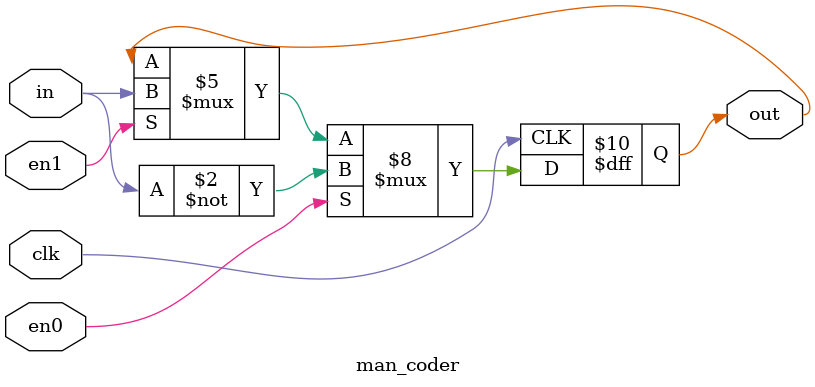
<source format=v>
module man_coder(
	input clk,
	input en0, en1,
	input in,
	output reg out
);
	initial out = 'b0;
	always@(posedge clk)begin// in ^ clk
		if(en0) out <= ~in;// in ^ 1 
		else if(en1) out <= in;// in ^ 0
		else out <= out; 
	end

//	always@(posedge en0 or posedge en1)begin
//		if(en0) out <= ~in;// in ^ 1 
//		if(en1) out <= in;// in ^ 0		
//	end

endmodule 
</source>
